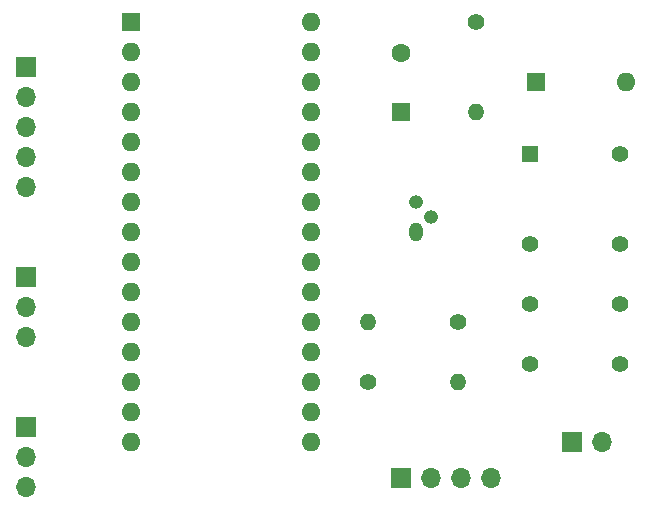
<source format=gbr>
G04 #@! TF.GenerationSoftware,KiCad,Pcbnew,5.1.8-db9833491~88~ubuntu18.04.1*
G04 #@! TF.CreationDate,2020-12-12T18:03:07+01:00*
G04 #@! TF.ProjectId,UselessBox,5573656c-6573-4734-926f-782e6b696361,rev?*
G04 #@! TF.SameCoordinates,Original*
G04 #@! TF.FileFunction,Soldermask,Top*
G04 #@! TF.FilePolarity,Negative*
%FSLAX46Y46*%
G04 Gerber Fmt 4.6, Leading zero omitted, Abs format (unit mm)*
G04 Created by KiCad (PCBNEW 5.1.8-db9833491~88~ubuntu18.04.1) date 2020-12-12 18:03:07*
%MOMM*%
%LPD*%
G01*
G04 APERTURE LIST*
%ADD10O,1.200000X1.600000*%
%ADD11O,1.200000X1.200000*%
%ADD12C,1.600000*%
%ADD13R,1.600000X1.600000*%
%ADD14R,1.400000X1.400000*%
%ADD15C,1.400000*%
%ADD16O,1.600000X1.600000*%
%ADD17R,1.700000X1.700000*%
%ADD18O,1.700000X1.700000*%
%ADD19O,1.400000X1.400000*%
G04 APERTURE END LIST*
D10*
X119380000Y-99060000D03*
D11*
X120650000Y-97790000D03*
X119380000Y-96520000D03*
D12*
X118110000Y-83900000D03*
D13*
X118110000Y-88900000D03*
D14*
X129032000Y-92456000D03*
D15*
X136652000Y-92456000D03*
X129032000Y-105146000D03*
X129032000Y-110236000D03*
X129032000Y-100076000D03*
X136662000Y-105166000D03*
X136662000Y-110246000D03*
X136652000Y-100076000D03*
D13*
X95250000Y-81280000D03*
D16*
X110490000Y-114300000D03*
X95250000Y-83820000D03*
X110490000Y-111760000D03*
X95250000Y-86360000D03*
X110490000Y-109220000D03*
X95250000Y-88900000D03*
X110490000Y-106680000D03*
X95250000Y-91440000D03*
X110490000Y-104140000D03*
X95250000Y-93980000D03*
X110490000Y-101600000D03*
X95250000Y-96520000D03*
X110490000Y-99060000D03*
X95250000Y-99060000D03*
X110490000Y-96520000D03*
X95250000Y-101600000D03*
X110490000Y-93980000D03*
X95250000Y-104140000D03*
X110490000Y-91440000D03*
X95250000Y-106680000D03*
X110490000Y-88900000D03*
X95250000Y-109220000D03*
X110490000Y-86360000D03*
X95250000Y-111760000D03*
X110490000Y-83820000D03*
X95250000Y-114300000D03*
X110490000Y-81280000D03*
X95250000Y-116840000D03*
X110490000Y-116840000D03*
D13*
X129540000Y-86360000D03*
D16*
X137160000Y-86360000D03*
D17*
X132588000Y-116840000D03*
D18*
X135128000Y-116840000D03*
D17*
X86360000Y-102870000D03*
D18*
X86360000Y-105410000D03*
X86360000Y-107950000D03*
X86360000Y-120650000D03*
X86360000Y-118110000D03*
D17*
X86360000Y-115570000D03*
X86360000Y-85090000D03*
D18*
X86360000Y-87630000D03*
X86360000Y-90170000D03*
X86360000Y-92710000D03*
X86360000Y-95250000D03*
D15*
X124460000Y-81280000D03*
D19*
X124460000Y-88900000D03*
X122936000Y-111760000D03*
D15*
X115316000Y-111760000D03*
X122936000Y-106680000D03*
D19*
X115316000Y-106680000D03*
D17*
X118110000Y-119888000D03*
D18*
X120650000Y-119888000D03*
X123190000Y-119888000D03*
X125730000Y-119888000D03*
M02*

</source>
